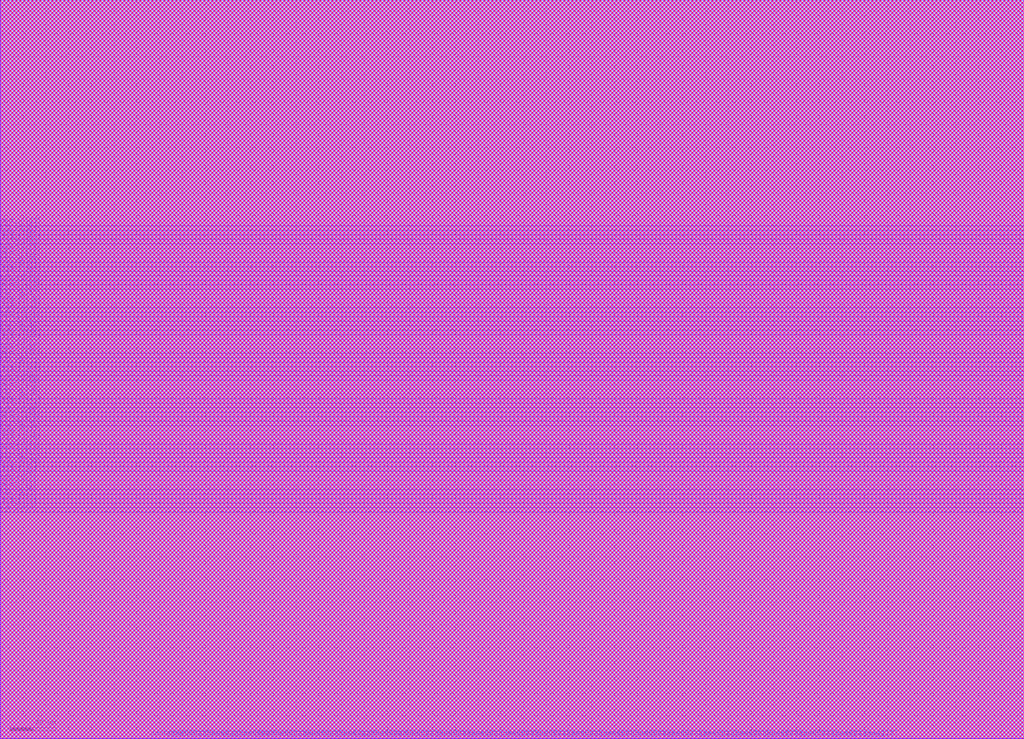
<source format=lef>
##
## LEF for PtnCells ;
## created by Innovus v15.23-s045_1 on Fri Mar 21 19:53:10 2025
##

VERSION 5.8 ;

BUSBITCHARS "[]" ;
DIVIDERCHAR "/" ;

MACRO core
  CLASS BLOCK ;
  SIZE 900.0000 BY 650.0000 ;
  FOREIGN core 0.0000 0.0000 ;
  ORIGIN 0 0 ;
  SYMMETRY X Y R90 ;
  PIN clk
    DIRECTION INPUT ;
    USE SIGNAL ;
    PORT
      LAYER M4 ;
        RECT 409.8500 649.4800 409.9500 650.0000 ;
    END
  END clk
  PIN mem_in[63]
    DIRECTION INPUT ;
    USE SIGNAL ;
    PORT
      LAYER M3 ;
        RECT 0.0000 451.1500 0.5200 451.2500 ;
    END
  END mem_in[63]
  PIN mem_in[62]
    DIRECTION INPUT ;
    USE SIGNAL ;
    PORT
      LAYER M3 ;
        RECT 0.0000 447.1500 0.5200 447.2500 ;
    END
  END mem_in[62]
  PIN mem_in[61]
    DIRECTION INPUT ;
    USE SIGNAL ;
    PORT
      LAYER M3 ;
        RECT 0.0000 443.1500 0.5200 443.2500 ;
    END
  END mem_in[61]
  PIN mem_in[60]
    DIRECTION INPUT ;
    USE SIGNAL ;
    PORT
      LAYER M3 ;
        RECT 0.0000 439.1500 0.5200 439.2500 ;
    END
  END mem_in[60]
  PIN mem_in[59]
    DIRECTION INPUT ;
    USE SIGNAL ;
    PORT
      LAYER M3 ;
        RECT 0.0000 435.1500 0.5200 435.2500 ;
    END
  END mem_in[59]
  PIN mem_in[58]
    DIRECTION INPUT ;
    USE SIGNAL ;
    PORT
      LAYER M3 ;
        RECT 0.0000 431.1500 0.5200 431.2500 ;
    END
  END mem_in[58]
  PIN mem_in[57]
    DIRECTION INPUT ;
    USE SIGNAL ;
    PORT
      LAYER M3 ;
        RECT 0.0000 427.1500 0.5200 427.2500 ;
    END
  END mem_in[57]
  PIN mem_in[56]
    DIRECTION INPUT ;
    USE SIGNAL ;
    PORT
      LAYER M3 ;
        RECT 0.0000 423.1500 0.5200 423.2500 ;
    END
  END mem_in[56]
  PIN mem_in[55]
    DIRECTION INPUT ;
    USE SIGNAL ;
    PORT
      LAYER M3 ;
        RECT 0.0000 419.1500 0.5200 419.2500 ;
    END
  END mem_in[55]
  PIN mem_in[54]
    DIRECTION INPUT ;
    USE SIGNAL ;
    PORT
      LAYER M3 ;
        RECT 0.0000 415.1500 0.5200 415.2500 ;
    END
  END mem_in[54]
  PIN mem_in[53]
    DIRECTION INPUT ;
    USE SIGNAL ;
    PORT
      LAYER M3 ;
        RECT 0.0000 411.1500 0.5200 411.2500 ;
    END
  END mem_in[53]
  PIN mem_in[52]
    DIRECTION INPUT ;
    USE SIGNAL ;
    PORT
      LAYER M3 ;
        RECT 0.0000 407.1500 0.5200 407.2500 ;
    END
  END mem_in[52]
  PIN mem_in[51]
    DIRECTION INPUT ;
    USE SIGNAL ;
    PORT
      LAYER M3 ;
        RECT 0.0000 403.1500 0.5200 403.2500 ;
    END
  END mem_in[51]
  PIN mem_in[50]
    DIRECTION INPUT ;
    USE SIGNAL ;
    PORT
      LAYER M3 ;
        RECT 0.0000 399.1500 0.5200 399.2500 ;
    END
  END mem_in[50]
  PIN mem_in[49]
    DIRECTION INPUT ;
    USE SIGNAL ;
    PORT
      LAYER M3 ;
        RECT 0.0000 395.1500 0.5200 395.2500 ;
    END
  END mem_in[49]
  PIN mem_in[48]
    DIRECTION INPUT ;
    USE SIGNAL ;
    PORT
      LAYER M3 ;
        RECT 0.0000 391.1500 0.5200 391.2500 ;
    END
  END mem_in[48]
  PIN mem_in[47]
    DIRECTION INPUT ;
    USE SIGNAL ;
    PORT
      LAYER M3 ;
        RECT 0.0000 387.1500 0.5200 387.2500 ;
    END
  END mem_in[47]
  PIN mem_in[46]
    DIRECTION INPUT ;
    USE SIGNAL ;
    PORT
      LAYER M3 ;
        RECT 0.0000 383.1500 0.5200 383.2500 ;
    END
  END mem_in[46]
  PIN mem_in[45]
    DIRECTION INPUT ;
    USE SIGNAL ;
    PORT
      LAYER M3 ;
        RECT 0.0000 379.1500 0.5200 379.2500 ;
    END
  END mem_in[45]
  PIN mem_in[44]
    DIRECTION INPUT ;
    USE SIGNAL ;
    PORT
      LAYER M3 ;
        RECT 0.0000 375.1500 0.5200 375.2500 ;
    END
  END mem_in[44]
  PIN mem_in[43]
    DIRECTION INPUT ;
    USE SIGNAL ;
    PORT
      LAYER M3 ;
        RECT 0.0000 371.1500 0.5200 371.2500 ;
    END
  END mem_in[43]
  PIN mem_in[42]
    DIRECTION INPUT ;
    USE SIGNAL ;
    PORT
      LAYER M3 ;
        RECT 0.0000 367.1500 0.5200 367.2500 ;
    END
  END mem_in[42]
  PIN mem_in[41]
    DIRECTION INPUT ;
    USE SIGNAL ;
    PORT
      LAYER M3 ;
        RECT 0.0000 363.1500 0.5200 363.2500 ;
    END
  END mem_in[41]
  PIN mem_in[40]
    DIRECTION INPUT ;
    USE SIGNAL ;
    PORT
      LAYER M3 ;
        RECT 0.0000 359.1500 0.5200 359.2500 ;
    END
  END mem_in[40]
  PIN mem_in[39]
    DIRECTION INPUT ;
    USE SIGNAL ;
    PORT
      LAYER M3 ;
        RECT 0.0000 355.1500 0.5200 355.2500 ;
    END
  END mem_in[39]
  PIN mem_in[38]
    DIRECTION INPUT ;
    USE SIGNAL ;
    PORT
      LAYER M3 ;
        RECT 0.0000 351.1500 0.5200 351.2500 ;
    END
  END mem_in[38]
  PIN mem_in[37]
    DIRECTION INPUT ;
    USE SIGNAL ;
    PORT
      LAYER M3 ;
        RECT 0.0000 347.1500 0.5200 347.2500 ;
    END
  END mem_in[37]
  PIN mem_in[36]
    DIRECTION INPUT ;
    USE SIGNAL ;
    PORT
      LAYER M3 ;
        RECT 0.0000 343.1500 0.5200 343.2500 ;
    END
  END mem_in[36]
  PIN mem_in[35]
    DIRECTION INPUT ;
    USE SIGNAL ;
    PORT
      LAYER M3 ;
        RECT 0.0000 339.1500 0.5200 339.2500 ;
    END
  END mem_in[35]
  PIN mem_in[34]
    DIRECTION INPUT ;
    USE SIGNAL ;
    PORT
      LAYER M3 ;
        RECT 0.0000 335.1500 0.5200 335.2500 ;
    END
  END mem_in[34]
  PIN mem_in[33]
    DIRECTION INPUT ;
    USE SIGNAL ;
    PORT
      LAYER M3 ;
        RECT 0.0000 331.1500 0.5200 331.2500 ;
    END
  END mem_in[33]
  PIN mem_in[32]
    DIRECTION INPUT ;
    USE SIGNAL ;
    PORT
      LAYER M3 ;
        RECT 0.0000 327.1500 0.5200 327.2500 ;
    END
  END mem_in[32]
  PIN mem_in[31]
    DIRECTION INPUT ;
    USE SIGNAL ;
    PORT
      LAYER M3 ;
        RECT 0.0000 323.1500 0.5200 323.2500 ;
    END
  END mem_in[31]
  PIN mem_in[30]
    DIRECTION INPUT ;
    USE SIGNAL ;
    PORT
      LAYER M3 ;
        RECT 0.0000 319.1500 0.5200 319.2500 ;
    END
  END mem_in[30]
  PIN mem_in[29]
    DIRECTION INPUT ;
    USE SIGNAL ;
    PORT
      LAYER M3 ;
        RECT 0.0000 315.1500 0.5200 315.2500 ;
    END
  END mem_in[29]
  PIN mem_in[28]
    DIRECTION INPUT ;
    USE SIGNAL ;
    PORT
      LAYER M3 ;
        RECT 0.0000 311.1500 0.5200 311.2500 ;
    END
  END mem_in[28]
  PIN mem_in[27]
    DIRECTION INPUT ;
    USE SIGNAL ;
    PORT
      LAYER M3 ;
        RECT 0.0000 307.1500 0.5200 307.2500 ;
    END
  END mem_in[27]
  PIN mem_in[26]
    DIRECTION INPUT ;
    USE SIGNAL ;
    PORT
      LAYER M3 ;
        RECT 0.0000 303.1500 0.5200 303.2500 ;
    END
  END mem_in[26]
  PIN mem_in[25]
    DIRECTION INPUT ;
    USE SIGNAL ;
    PORT
      LAYER M3 ;
        RECT 0.0000 299.1500 0.5200 299.2500 ;
    END
  END mem_in[25]
  PIN mem_in[24]
    DIRECTION INPUT ;
    USE SIGNAL ;
    PORT
      LAYER M3 ;
        RECT 0.0000 295.1500 0.5200 295.2500 ;
    END
  END mem_in[24]
  PIN mem_in[23]
    DIRECTION INPUT ;
    USE SIGNAL ;
    PORT
      LAYER M3 ;
        RECT 0.0000 291.1500 0.5200 291.2500 ;
    END
  END mem_in[23]
  PIN mem_in[22]
    DIRECTION INPUT ;
    USE SIGNAL ;
    PORT
      LAYER M3 ;
        RECT 0.0000 287.1500 0.5200 287.2500 ;
    END
  END mem_in[22]
  PIN mem_in[21]
    DIRECTION INPUT ;
    USE SIGNAL ;
    PORT
      LAYER M3 ;
        RECT 0.0000 283.1500 0.5200 283.2500 ;
    END
  END mem_in[21]
  PIN mem_in[20]
    DIRECTION INPUT ;
    USE SIGNAL ;
    PORT
      LAYER M3 ;
        RECT 0.0000 279.1500 0.5200 279.2500 ;
    END
  END mem_in[20]
  PIN mem_in[19]
    DIRECTION INPUT ;
    USE SIGNAL ;
    PORT
      LAYER M3 ;
        RECT 0.0000 275.1500 0.5200 275.2500 ;
    END
  END mem_in[19]
  PIN mem_in[18]
    DIRECTION INPUT ;
    USE SIGNAL ;
    PORT
      LAYER M3 ;
        RECT 0.0000 271.1500 0.5200 271.2500 ;
    END
  END mem_in[18]
  PIN mem_in[17]
    DIRECTION INPUT ;
    USE SIGNAL ;
    PORT
      LAYER M3 ;
        RECT 0.0000 267.1500 0.5200 267.2500 ;
    END
  END mem_in[17]
  PIN mem_in[16]
    DIRECTION INPUT ;
    USE SIGNAL ;
    PORT
      LAYER M3 ;
        RECT 0.0000 263.1500 0.5200 263.2500 ;
    END
  END mem_in[16]
  PIN mem_in[15]
    DIRECTION INPUT ;
    USE SIGNAL ;
    PORT
      LAYER M3 ;
        RECT 0.0000 259.1500 0.5200 259.2500 ;
    END
  END mem_in[15]
  PIN mem_in[14]
    DIRECTION INPUT ;
    USE SIGNAL ;
    PORT
      LAYER M3 ;
        RECT 0.0000 255.1500 0.5200 255.2500 ;
    END
  END mem_in[14]
  PIN mem_in[13]
    DIRECTION INPUT ;
    USE SIGNAL ;
    PORT
      LAYER M3 ;
        RECT 0.0000 251.1500 0.5200 251.2500 ;
    END
  END mem_in[13]
  PIN mem_in[12]
    DIRECTION INPUT ;
    USE SIGNAL ;
    PORT
      LAYER M3 ;
        RECT 0.0000 247.1500 0.5200 247.2500 ;
    END
  END mem_in[12]
  PIN mem_in[11]
    DIRECTION INPUT ;
    USE SIGNAL ;
    PORT
      LAYER M3 ;
        RECT 0.0000 243.1500 0.5200 243.2500 ;
    END
  END mem_in[11]
  PIN mem_in[10]
    DIRECTION INPUT ;
    USE SIGNAL ;
    PORT
      LAYER M3 ;
        RECT 0.0000 239.1500 0.5200 239.2500 ;
    END
  END mem_in[10]
  PIN mem_in[9]
    DIRECTION INPUT ;
    USE SIGNAL ;
    PORT
      LAYER M3 ;
        RECT 0.0000 235.1500 0.5200 235.2500 ;
    END
  END mem_in[9]
  PIN mem_in[8]
    DIRECTION INPUT ;
    USE SIGNAL ;
    PORT
      LAYER M3 ;
        RECT 0.0000 231.1500 0.5200 231.2500 ;
    END
  END mem_in[8]
  PIN mem_in[7]
    DIRECTION INPUT ;
    USE SIGNAL ;
    PORT
      LAYER M3 ;
        RECT 0.0000 227.1500 0.5200 227.2500 ;
    END
  END mem_in[7]
  PIN mem_in[6]
    DIRECTION INPUT ;
    USE SIGNAL ;
    PORT
      LAYER M3 ;
        RECT 0.0000 223.1500 0.5200 223.2500 ;
    END
  END mem_in[6]
  PIN mem_in[5]
    DIRECTION INPUT ;
    USE SIGNAL ;
    PORT
      LAYER M3 ;
        RECT 0.0000 219.1500 0.5200 219.2500 ;
    END
  END mem_in[5]
  PIN mem_in[4]
    DIRECTION INPUT ;
    USE SIGNAL ;
    PORT
      LAYER M3 ;
        RECT 0.0000 215.1500 0.5200 215.2500 ;
    END
  END mem_in[4]
  PIN mem_in[3]
    DIRECTION INPUT ;
    USE SIGNAL ;
    PORT
      LAYER M3 ;
        RECT 0.0000 211.1500 0.5200 211.2500 ;
    END
  END mem_in[3]
  PIN mem_in[2]
    DIRECTION INPUT ;
    USE SIGNAL ;
    PORT
      LAYER M3 ;
        RECT 0.0000 207.1500 0.5200 207.2500 ;
    END
  END mem_in[2]
  PIN mem_in[1]
    DIRECTION INPUT ;
    USE SIGNAL ;
    PORT
      LAYER M3 ;
        RECT 0.0000 203.1500 0.5200 203.2500 ;
    END
  END mem_in[1]
  PIN mem_in[0]
    DIRECTION INPUT ;
    USE SIGNAL ;
    PORT
      LAYER M3 ;
        RECT 0.0000 199.1500 0.5200 199.2500 ;
    END
  END mem_in[0]
  PIN out[159]
    DIRECTION OUTPUT ;
    USE SIGNAL ;
    PORT
      LAYER M4 ;
        RECT 131.8500 0.0000 131.9500 0.5200 ;
    END
  END out[159]
  PIN out[158]
    DIRECTION OUTPUT ;
    USE SIGNAL ;
    PORT
      LAYER M4 ;
        RECT 135.8500 0.0000 135.9500 0.5200 ;
    END
  END out[158]
  PIN out[157]
    DIRECTION OUTPUT ;
    USE SIGNAL ;
    PORT
      LAYER M4 ;
        RECT 139.8500 0.0000 139.9500 0.5200 ;
    END
  END out[157]
  PIN out[156]
    DIRECTION OUTPUT ;
    USE SIGNAL ;
    PORT
      LAYER M4 ;
        RECT 143.8500 0.0000 143.9500 0.5200 ;
    END
  END out[156]
  PIN out[155]
    DIRECTION OUTPUT ;
    USE SIGNAL ;
    PORT
      LAYER M4 ;
        RECT 147.8500 0.0000 147.9500 0.5200 ;
    END
  END out[155]
  PIN out[154]
    DIRECTION OUTPUT ;
    USE SIGNAL ;
    PORT
      LAYER M4 ;
        RECT 151.8500 0.0000 151.9500 0.5200 ;
    END
  END out[154]
  PIN out[153]
    DIRECTION OUTPUT ;
    USE SIGNAL ;
    PORT
      LAYER M4 ;
        RECT 155.8500 0.0000 155.9500 0.5200 ;
    END
  END out[153]
  PIN out[152]
    DIRECTION OUTPUT ;
    USE SIGNAL ;
    PORT
      LAYER M4 ;
        RECT 159.8500 0.0000 159.9500 0.5200 ;
    END
  END out[152]
  PIN out[151]
    DIRECTION OUTPUT ;
    USE SIGNAL ;
    PORT
      LAYER M4 ;
        RECT 163.8500 0.0000 163.9500 0.5200 ;
    END
  END out[151]
  PIN out[150]
    DIRECTION OUTPUT ;
    USE SIGNAL ;
    PORT
      LAYER M4 ;
        RECT 167.8500 0.0000 167.9500 0.5200 ;
    END
  END out[150]
  PIN out[149]
    DIRECTION OUTPUT ;
    USE SIGNAL ;
    PORT
      LAYER M4 ;
        RECT 171.8500 0.0000 171.9500 0.5200 ;
    END
  END out[149]
  PIN out[148]
    DIRECTION OUTPUT ;
    USE SIGNAL ;
    PORT
      LAYER M4 ;
        RECT 175.8500 0.0000 175.9500 0.5200 ;
    END
  END out[148]
  PIN out[147]
    DIRECTION OUTPUT ;
    USE SIGNAL ;
    PORT
      LAYER M4 ;
        RECT 179.8500 0.0000 179.9500 0.5200 ;
    END
  END out[147]
  PIN out[146]
    DIRECTION OUTPUT ;
    USE SIGNAL ;
    PORT
      LAYER M4 ;
        RECT 183.8500 0.0000 183.9500 0.5200 ;
    END
  END out[146]
  PIN out[145]
    DIRECTION OUTPUT ;
    USE SIGNAL ;
    PORT
      LAYER M4 ;
        RECT 187.8500 0.0000 187.9500 0.5200 ;
    END
  END out[145]
  PIN out[144]
    DIRECTION OUTPUT ;
    USE SIGNAL ;
    PORT
      LAYER M4 ;
        RECT 191.8500 0.0000 191.9500 0.5200 ;
    END
  END out[144]
  PIN out[143]
    DIRECTION OUTPUT ;
    USE SIGNAL ;
    PORT
      LAYER M4 ;
        RECT 195.8500 0.0000 195.9500 0.5200 ;
    END
  END out[143]
  PIN out[142]
    DIRECTION OUTPUT ;
    USE SIGNAL ;
    PORT
      LAYER M4 ;
        RECT 199.8500 0.0000 199.9500 0.5200 ;
    END
  END out[142]
  PIN out[141]
    DIRECTION OUTPUT ;
    USE SIGNAL ;
    PORT
      LAYER M4 ;
        RECT 203.8500 0.0000 203.9500 0.5200 ;
    END
  END out[141]
  PIN out[140]
    DIRECTION OUTPUT ;
    USE SIGNAL ;
    PORT
      LAYER M4 ;
        RECT 207.8500 0.0000 207.9500 0.5200 ;
    END
  END out[140]
  PIN out[139]
    DIRECTION OUTPUT ;
    USE SIGNAL ;
    PORT
      LAYER M4 ;
        RECT 211.8500 0.0000 211.9500 0.5200 ;
    END
  END out[139]
  PIN out[138]
    DIRECTION OUTPUT ;
    USE SIGNAL ;
    PORT
      LAYER M4 ;
        RECT 215.8500 0.0000 215.9500 0.5200 ;
    END
  END out[138]
  PIN out[137]
    DIRECTION OUTPUT ;
    USE SIGNAL ;
    PORT
      LAYER M4 ;
        RECT 219.8500 0.0000 219.9500 0.5200 ;
    END
  END out[137]
  PIN out[136]
    DIRECTION OUTPUT ;
    USE SIGNAL ;
    PORT
      LAYER M4 ;
        RECT 223.8500 0.0000 223.9500 0.5200 ;
    END
  END out[136]
  PIN out[135]
    DIRECTION OUTPUT ;
    USE SIGNAL ;
    PORT
      LAYER M4 ;
        RECT 227.8500 0.0000 227.9500 0.5200 ;
    END
  END out[135]
  PIN out[134]
    DIRECTION OUTPUT ;
    USE SIGNAL ;
    PORT
      LAYER M4 ;
        RECT 231.8500 0.0000 231.9500 0.5200 ;
    END
  END out[134]
  PIN out[133]
    DIRECTION OUTPUT ;
    USE SIGNAL ;
    PORT
      LAYER M4 ;
        RECT 235.8500 0.0000 235.9500 0.5200 ;
    END
  END out[133]
  PIN out[132]
    DIRECTION OUTPUT ;
    USE SIGNAL ;
    PORT
      LAYER M4 ;
        RECT 239.8500 0.0000 239.9500 0.5200 ;
    END
  END out[132]
  PIN out[131]
    DIRECTION OUTPUT ;
    USE SIGNAL ;
    PORT
      LAYER M4 ;
        RECT 243.8500 0.0000 243.9500 0.5200 ;
    END
  END out[131]
  PIN out[130]
    DIRECTION OUTPUT ;
    USE SIGNAL ;
    PORT
      LAYER M4 ;
        RECT 247.8500 0.0000 247.9500 0.5200 ;
    END
  END out[130]
  PIN out[129]
    DIRECTION OUTPUT ;
    USE SIGNAL ;
    PORT
      LAYER M4 ;
        RECT 251.8500 0.0000 251.9500 0.5200 ;
    END
  END out[129]
  PIN out[128]
    DIRECTION OUTPUT ;
    USE SIGNAL ;
    PORT
      LAYER M4 ;
        RECT 255.8500 0.0000 255.9500 0.5200 ;
    END
  END out[128]
  PIN out[127]
    DIRECTION OUTPUT ;
    USE SIGNAL ;
    PORT
      LAYER M4 ;
        RECT 259.8500 0.0000 259.9500 0.5200 ;
    END
  END out[127]
  PIN out[126]
    DIRECTION OUTPUT ;
    USE SIGNAL ;
    PORT
      LAYER M4 ;
        RECT 263.8500 0.0000 263.9500 0.5200 ;
    END
  END out[126]
  PIN out[125]
    DIRECTION OUTPUT ;
    USE SIGNAL ;
    PORT
      LAYER M4 ;
        RECT 267.8500 0.0000 267.9500 0.5200 ;
    END
  END out[125]
  PIN out[124]
    DIRECTION OUTPUT ;
    USE SIGNAL ;
    PORT
      LAYER M4 ;
        RECT 271.8500 0.0000 271.9500 0.5200 ;
    END
  END out[124]
  PIN out[123]
    DIRECTION OUTPUT ;
    USE SIGNAL ;
    PORT
      LAYER M4 ;
        RECT 275.8500 0.0000 275.9500 0.5200 ;
    END
  END out[123]
  PIN out[122]
    DIRECTION OUTPUT ;
    USE SIGNAL ;
    PORT
      LAYER M4 ;
        RECT 279.8500 0.0000 279.9500 0.5200 ;
    END
  END out[122]
  PIN out[121]
    DIRECTION OUTPUT ;
    USE SIGNAL ;
    PORT
      LAYER M4 ;
        RECT 283.8500 0.0000 283.9500 0.5200 ;
    END
  END out[121]
  PIN out[120]
    DIRECTION OUTPUT ;
    USE SIGNAL ;
    PORT
      LAYER M4 ;
        RECT 287.8500 0.0000 287.9500 0.5200 ;
    END
  END out[120]
  PIN out[119]
    DIRECTION OUTPUT ;
    USE SIGNAL ;
    PORT
      LAYER M4 ;
        RECT 291.8500 0.0000 291.9500 0.5200 ;
    END
  END out[119]
  PIN out[118]
    DIRECTION OUTPUT ;
    USE SIGNAL ;
    PORT
      LAYER M4 ;
        RECT 295.8500 0.0000 295.9500 0.5200 ;
    END
  END out[118]
  PIN out[117]
    DIRECTION OUTPUT ;
    USE SIGNAL ;
    PORT
      LAYER M4 ;
        RECT 299.8500 0.0000 299.9500 0.5200 ;
    END
  END out[117]
  PIN out[116]
    DIRECTION OUTPUT ;
    USE SIGNAL ;
    PORT
      LAYER M4 ;
        RECT 303.8500 0.0000 303.9500 0.5200 ;
    END
  END out[116]
  PIN out[115]
    DIRECTION OUTPUT ;
    USE SIGNAL ;
    PORT
      LAYER M4 ;
        RECT 307.8500 0.0000 307.9500 0.5200 ;
    END
  END out[115]
  PIN out[114]
    DIRECTION OUTPUT ;
    USE SIGNAL ;
    PORT
      LAYER M4 ;
        RECT 311.8500 0.0000 311.9500 0.5200 ;
    END
  END out[114]
  PIN out[113]
    DIRECTION OUTPUT ;
    USE SIGNAL ;
    PORT
      LAYER M4 ;
        RECT 315.8500 0.0000 315.9500 0.5200 ;
    END
  END out[113]
  PIN out[112]
    DIRECTION OUTPUT ;
    USE SIGNAL ;
    PORT
      LAYER M4 ;
        RECT 319.8500 0.0000 319.9500 0.5200 ;
    END
  END out[112]
  PIN out[111]
    DIRECTION OUTPUT ;
    USE SIGNAL ;
    PORT
      LAYER M4 ;
        RECT 323.8500 0.0000 323.9500 0.5200 ;
    END
  END out[111]
  PIN out[110]
    DIRECTION OUTPUT ;
    USE SIGNAL ;
    PORT
      LAYER M4 ;
        RECT 327.8500 0.0000 327.9500 0.5200 ;
    END
  END out[110]
  PIN out[109]
    DIRECTION OUTPUT ;
    USE SIGNAL ;
    PORT
      LAYER M4 ;
        RECT 331.8500 0.0000 331.9500 0.5200 ;
    END
  END out[109]
  PIN out[108]
    DIRECTION OUTPUT ;
    USE SIGNAL ;
    PORT
      LAYER M4 ;
        RECT 335.8500 0.0000 335.9500 0.5200 ;
    END
  END out[108]
  PIN out[107]
    DIRECTION OUTPUT ;
    USE SIGNAL ;
    PORT
      LAYER M4 ;
        RECT 339.8500 0.0000 339.9500 0.5200 ;
    END
  END out[107]
  PIN out[106]
    DIRECTION OUTPUT ;
    USE SIGNAL ;
    PORT
      LAYER M4 ;
        RECT 343.8500 0.0000 343.9500 0.5200 ;
    END
  END out[106]
  PIN out[105]
    DIRECTION OUTPUT ;
    USE SIGNAL ;
    PORT
      LAYER M4 ;
        RECT 347.8500 0.0000 347.9500 0.5200 ;
    END
  END out[105]
  PIN out[104]
    DIRECTION OUTPUT ;
    USE SIGNAL ;
    PORT
      LAYER M4 ;
        RECT 351.8500 0.0000 351.9500 0.5200 ;
    END
  END out[104]
  PIN out[103]
    DIRECTION OUTPUT ;
    USE SIGNAL ;
    PORT
      LAYER M4 ;
        RECT 355.8500 0.0000 355.9500 0.5200 ;
    END
  END out[103]
  PIN out[102]
    DIRECTION OUTPUT ;
    USE SIGNAL ;
    PORT
      LAYER M4 ;
        RECT 359.8500 0.0000 359.9500 0.5200 ;
    END
  END out[102]
  PIN out[101]
    DIRECTION OUTPUT ;
    USE SIGNAL ;
    PORT
      LAYER M4 ;
        RECT 363.8500 0.0000 363.9500 0.5200 ;
    END
  END out[101]
  PIN out[100]
    DIRECTION OUTPUT ;
    USE SIGNAL ;
    PORT
      LAYER M4 ;
        RECT 367.8500 0.0000 367.9500 0.5200 ;
    END
  END out[100]
  PIN out[99]
    DIRECTION OUTPUT ;
    USE SIGNAL ;
    PORT
      LAYER M4 ;
        RECT 371.8500 0.0000 371.9500 0.5200 ;
    END
  END out[99]
  PIN out[98]
    DIRECTION OUTPUT ;
    USE SIGNAL ;
    PORT
      LAYER M4 ;
        RECT 375.8500 0.0000 375.9500 0.5200 ;
    END
  END out[98]
  PIN out[97]
    DIRECTION OUTPUT ;
    USE SIGNAL ;
    PORT
      LAYER M4 ;
        RECT 379.8500 0.0000 379.9500 0.5200 ;
    END
  END out[97]
  PIN out[96]
    DIRECTION OUTPUT ;
    USE SIGNAL ;
    PORT
      LAYER M4 ;
        RECT 383.8500 0.0000 383.9500 0.5200 ;
    END
  END out[96]
  PIN out[95]
    DIRECTION OUTPUT ;
    USE SIGNAL ;
    PORT
      LAYER M4 ;
        RECT 387.8500 0.0000 387.9500 0.5200 ;
    END
  END out[95]
  PIN out[94]
    DIRECTION OUTPUT ;
    USE SIGNAL ;
    PORT
      LAYER M4 ;
        RECT 391.8500 0.0000 391.9500 0.5200 ;
    END
  END out[94]
  PIN out[93]
    DIRECTION OUTPUT ;
    USE SIGNAL ;
    PORT
      LAYER M4 ;
        RECT 395.8500 0.0000 395.9500 0.5200 ;
    END
  END out[93]
  PIN out[92]
    DIRECTION OUTPUT ;
    USE SIGNAL ;
    PORT
      LAYER M4 ;
        RECT 399.8500 0.0000 399.9500 0.5200 ;
    END
  END out[92]
  PIN out[91]
    DIRECTION OUTPUT ;
    USE SIGNAL ;
    PORT
      LAYER M4 ;
        RECT 403.8500 0.0000 403.9500 0.5200 ;
    END
  END out[91]
  PIN out[90]
    DIRECTION OUTPUT ;
    USE SIGNAL ;
    PORT
      LAYER M4 ;
        RECT 407.8500 0.0000 407.9500 0.5200 ;
    END
  END out[90]
  PIN out[89]
    DIRECTION OUTPUT ;
    USE SIGNAL ;
    PORT
      LAYER M4 ;
        RECT 411.8500 0.0000 411.9500 0.5200 ;
    END
  END out[89]
  PIN out[88]
    DIRECTION OUTPUT ;
    USE SIGNAL ;
    PORT
      LAYER M4 ;
        RECT 415.8500 0.0000 415.9500 0.5200 ;
    END
  END out[88]
  PIN out[87]
    DIRECTION OUTPUT ;
    USE SIGNAL ;
    PORT
      LAYER M4 ;
        RECT 419.8500 0.0000 419.9500 0.5200 ;
    END
  END out[87]
  PIN out[86]
    DIRECTION OUTPUT ;
    USE SIGNAL ;
    PORT
      LAYER M4 ;
        RECT 423.8500 0.0000 423.9500 0.5200 ;
    END
  END out[86]
  PIN out[85]
    DIRECTION OUTPUT ;
    USE SIGNAL ;
    PORT
      LAYER M4 ;
        RECT 427.8500 0.0000 427.9500 0.5200 ;
    END
  END out[85]
  PIN out[84]
    DIRECTION OUTPUT ;
    USE SIGNAL ;
    PORT
      LAYER M4 ;
        RECT 431.8500 0.0000 431.9500 0.5200 ;
    END
  END out[84]
  PIN out[83]
    DIRECTION OUTPUT ;
    USE SIGNAL ;
    PORT
      LAYER M4 ;
        RECT 435.8500 0.0000 435.9500 0.5200 ;
    END
  END out[83]
  PIN out[82]
    DIRECTION OUTPUT ;
    USE SIGNAL ;
    PORT
      LAYER M4 ;
        RECT 439.8500 0.0000 439.9500 0.5200 ;
    END
  END out[82]
  PIN out[81]
    DIRECTION OUTPUT ;
    USE SIGNAL ;
    PORT
      LAYER M4 ;
        RECT 443.8500 0.0000 443.9500 0.5200 ;
    END
  END out[81]
  PIN out[80]
    DIRECTION OUTPUT ;
    USE SIGNAL ;
    PORT
      LAYER M4 ;
        RECT 447.8500 0.0000 447.9500 0.5200 ;
    END
  END out[80]
  PIN out[79]
    DIRECTION OUTPUT ;
    USE SIGNAL ;
    PORT
      LAYER M4 ;
        RECT 451.8500 0.0000 451.9500 0.5200 ;
    END
  END out[79]
  PIN out[78]
    DIRECTION OUTPUT ;
    USE SIGNAL ;
    PORT
      LAYER M4 ;
        RECT 455.8500 0.0000 455.9500 0.5200 ;
    END
  END out[78]
  PIN out[77]
    DIRECTION OUTPUT ;
    USE SIGNAL ;
    PORT
      LAYER M4 ;
        RECT 459.8500 0.0000 459.9500 0.5200 ;
    END
  END out[77]
  PIN out[76]
    DIRECTION OUTPUT ;
    USE SIGNAL ;
    PORT
      LAYER M4 ;
        RECT 463.8500 0.0000 463.9500 0.5200 ;
    END
  END out[76]
  PIN out[75]
    DIRECTION OUTPUT ;
    USE SIGNAL ;
    PORT
      LAYER M4 ;
        RECT 467.8500 0.0000 467.9500 0.5200 ;
    END
  END out[75]
  PIN out[74]
    DIRECTION OUTPUT ;
    USE SIGNAL ;
    PORT
      LAYER M4 ;
        RECT 471.8500 0.0000 471.9500 0.5200 ;
    END
  END out[74]
  PIN out[73]
    DIRECTION OUTPUT ;
    USE SIGNAL ;
    PORT
      LAYER M4 ;
        RECT 475.8500 0.0000 475.9500 0.5200 ;
    END
  END out[73]
  PIN out[72]
    DIRECTION OUTPUT ;
    USE SIGNAL ;
    PORT
      LAYER M4 ;
        RECT 479.8500 0.0000 479.9500 0.5200 ;
    END
  END out[72]
  PIN out[71]
    DIRECTION OUTPUT ;
    USE SIGNAL ;
    PORT
      LAYER M4 ;
        RECT 483.8500 0.0000 483.9500 0.5200 ;
    END
  END out[71]
  PIN out[70]
    DIRECTION OUTPUT ;
    USE SIGNAL ;
    PORT
      LAYER M4 ;
        RECT 487.8500 0.0000 487.9500 0.5200 ;
    END
  END out[70]
  PIN out[69]
    DIRECTION OUTPUT ;
    USE SIGNAL ;
    PORT
      LAYER M4 ;
        RECT 491.8500 0.0000 491.9500 0.5200 ;
    END
  END out[69]
  PIN out[68]
    DIRECTION OUTPUT ;
    USE SIGNAL ;
    PORT
      LAYER M4 ;
        RECT 495.8500 0.0000 495.9500 0.5200 ;
    END
  END out[68]
  PIN out[67]
    DIRECTION OUTPUT ;
    USE SIGNAL ;
    PORT
      LAYER M4 ;
        RECT 499.8500 0.0000 499.9500 0.5200 ;
    END
  END out[67]
  PIN out[66]
    DIRECTION OUTPUT ;
    USE SIGNAL ;
    PORT
      LAYER M4 ;
        RECT 503.8500 0.0000 503.9500 0.5200 ;
    END
  END out[66]
  PIN out[65]
    DIRECTION OUTPUT ;
    USE SIGNAL ;
    PORT
      LAYER M4 ;
        RECT 507.8500 0.0000 507.9500 0.5200 ;
    END
  END out[65]
  PIN out[64]
    DIRECTION OUTPUT ;
    USE SIGNAL ;
    PORT
      LAYER M4 ;
        RECT 511.8500 0.0000 511.9500 0.5200 ;
    END
  END out[64]
  PIN out[63]
    DIRECTION OUTPUT ;
    USE SIGNAL ;
    PORT
      LAYER M4 ;
        RECT 515.8500 0.0000 515.9500 0.5200 ;
    END
  END out[63]
  PIN out[62]
    DIRECTION OUTPUT ;
    USE SIGNAL ;
    PORT
      LAYER M4 ;
        RECT 519.8500 0.0000 519.9500 0.5200 ;
    END
  END out[62]
  PIN out[61]
    DIRECTION OUTPUT ;
    USE SIGNAL ;
    PORT
      LAYER M4 ;
        RECT 523.8500 0.0000 523.9500 0.5200 ;
    END
  END out[61]
  PIN out[60]
    DIRECTION OUTPUT ;
    USE SIGNAL ;
    PORT
      LAYER M4 ;
        RECT 527.8500 0.0000 527.9500 0.5200 ;
    END
  END out[60]
  PIN out[59]
    DIRECTION OUTPUT ;
    USE SIGNAL ;
    PORT
      LAYER M4 ;
        RECT 531.8500 0.0000 531.9500 0.5200 ;
    END
  END out[59]
  PIN out[58]
    DIRECTION OUTPUT ;
    USE SIGNAL ;
    PORT
      LAYER M4 ;
        RECT 535.8500 0.0000 535.9500 0.5200 ;
    END
  END out[58]
  PIN out[57]
    DIRECTION OUTPUT ;
    USE SIGNAL ;
    PORT
      LAYER M4 ;
        RECT 539.8500 0.0000 539.9500 0.5200 ;
    END
  END out[57]
  PIN out[56]
    DIRECTION OUTPUT ;
    USE SIGNAL ;
    PORT
      LAYER M4 ;
        RECT 543.8500 0.0000 543.9500 0.5200 ;
    END
  END out[56]
  PIN out[55]
    DIRECTION OUTPUT ;
    USE SIGNAL ;
    PORT
      LAYER M4 ;
        RECT 547.8500 0.0000 547.9500 0.5200 ;
    END
  END out[55]
  PIN out[54]
    DIRECTION OUTPUT ;
    USE SIGNAL ;
    PORT
      LAYER M4 ;
        RECT 551.8500 0.0000 551.9500 0.5200 ;
    END
  END out[54]
  PIN out[53]
    DIRECTION OUTPUT ;
    USE SIGNAL ;
    PORT
      LAYER M4 ;
        RECT 555.8500 0.0000 555.9500 0.5200 ;
    END
  END out[53]
  PIN out[52]
    DIRECTION OUTPUT ;
    USE SIGNAL ;
    PORT
      LAYER M4 ;
        RECT 559.8500 0.0000 559.9500 0.5200 ;
    END
  END out[52]
  PIN out[51]
    DIRECTION OUTPUT ;
    USE SIGNAL ;
    PORT
      LAYER M4 ;
        RECT 563.8500 0.0000 563.9500 0.5200 ;
    END
  END out[51]
  PIN out[50]
    DIRECTION OUTPUT ;
    USE SIGNAL ;
    PORT
      LAYER M4 ;
        RECT 567.8500 0.0000 567.9500 0.5200 ;
    END
  END out[50]
  PIN out[49]
    DIRECTION OUTPUT ;
    USE SIGNAL ;
    PORT
      LAYER M4 ;
        RECT 571.8500 0.0000 571.9500 0.5200 ;
    END
  END out[49]
  PIN out[48]
    DIRECTION OUTPUT ;
    USE SIGNAL ;
    PORT
      LAYER M4 ;
        RECT 575.8500 0.0000 575.9500 0.5200 ;
    END
  END out[48]
  PIN out[47]
    DIRECTION OUTPUT ;
    USE SIGNAL ;
    PORT
      LAYER M4 ;
        RECT 579.8500 0.0000 579.9500 0.5200 ;
    END
  END out[47]
  PIN out[46]
    DIRECTION OUTPUT ;
    USE SIGNAL ;
    PORT
      LAYER M4 ;
        RECT 583.8500 0.0000 583.9500 0.5200 ;
    END
  END out[46]
  PIN out[45]
    DIRECTION OUTPUT ;
    USE SIGNAL ;
    PORT
      LAYER M4 ;
        RECT 587.8500 0.0000 587.9500 0.5200 ;
    END
  END out[45]
  PIN out[44]
    DIRECTION OUTPUT ;
    USE SIGNAL ;
    PORT
      LAYER M4 ;
        RECT 591.8500 0.0000 591.9500 0.5200 ;
    END
  END out[44]
  PIN out[43]
    DIRECTION OUTPUT ;
    USE SIGNAL ;
    PORT
      LAYER M4 ;
        RECT 595.8500 0.0000 595.9500 0.5200 ;
    END
  END out[43]
  PIN out[42]
    DIRECTION OUTPUT ;
    USE SIGNAL ;
    PORT
      LAYER M4 ;
        RECT 599.8500 0.0000 599.9500 0.5200 ;
    END
  END out[42]
  PIN out[41]
    DIRECTION OUTPUT ;
    USE SIGNAL ;
    PORT
      LAYER M4 ;
        RECT 603.8500 0.0000 603.9500 0.5200 ;
    END
  END out[41]
  PIN out[40]
    DIRECTION OUTPUT ;
    USE SIGNAL ;
    PORT
      LAYER M4 ;
        RECT 607.8500 0.0000 607.9500 0.5200 ;
    END
  END out[40]
  PIN out[39]
    DIRECTION OUTPUT ;
    USE SIGNAL ;
    PORT
      LAYER M4 ;
        RECT 611.8500 0.0000 611.9500 0.5200 ;
    END
  END out[39]
  PIN out[38]
    DIRECTION OUTPUT ;
    USE SIGNAL ;
    PORT
      LAYER M4 ;
        RECT 615.8500 0.0000 615.9500 0.5200 ;
    END
  END out[38]
  PIN out[37]
    DIRECTION OUTPUT ;
    USE SIGNAL ;
    PORT
      LAYER M4 ;
        RECT 619.8500 0.0000 619.9500 0.5200 ;
    END
  END out[37]
  PIN out[36]
    DIRECTION OUTPUT ;
    USE SIGNAL ;
    PORT
      LAYER M4 ;
        RECT 623.8500 0.0000 623.9500 0.5200 ;
    END
  END out[36]
  PIN out[35]
    DIRECTION OUTPUT ;
    USE SIGNAL ;
    PORT
      LAYER M4 ;
        RECT 627.8500 0.0000 627.9500 0.5200 ;
    END
  END out[35]
  PIN out[34]
    DIRECTION OUTPUT ;
    USE SIGNAL ;
    PORT
      LAYER M4 ;
        RECT 631.8500 0.0000 631.9500 0.5200 ;
    END
  END out[34]
  PIN out[33]
    DIRECTION OUTPUT ;
    USE SIGNAL ;
    PORT
      LAYER M4 ;
        RECT 635.8500 0.0000 635.9500 0.5200 ;
    END
  END out[33]
  PIN out[32]
    DIRECTION OUTPUT ;
    USE SIGNAL ;
    PORT
      LAYER M4 ;
        RECT 639.8500 0.0000 639.9500 0.5200 ;
    END
  END out[32]
  PIN out[31]
    DIRECTION OUTPUT ;
    USE SIGNAL ;
    PORT
      LAYER M4 ;
        RECT 643.8500 0.0000 643.9500 0.5200 ;
    END
  END out[31]
  PIN out[30]
    DIRECTION OUTPUT ;
    USE SIGNAL ;
    PORT
      LAYER M4 ;
        RECT 647.8500 0.0000 647.9500 0.5200 ;
    END
  END out[30]
  PIN out[29]
    DIRECTION OUTPUT ;
    USE SIGNAL ;
    PORT
      LAYER M4 ;
        RECT 651.8500 0.0000 651.9500 0.5200 ;
    END
  END out[29]
  PIN out[28]
    DIRECTION OUTPUT ;
    USE SIGNAL ;
    PORT
      LAYER M4 ;
        RECT 655.8500 0.0000 655.9500 0.5200 ;
    END
  END out[28]
  PIN out[27]
    DIRECTION OUTPUT ;
    USE SIGNAL ;
    PORT
      LAYER M4 ;
        RECT 659.8500 0.0000 659.9500 0.5200 ;
    END
  END out[27]
  PIN out[26]
    DIRECTION OUTPUT ;
    USE SIGNAL ;
    PORT
      LAYER M4 ;
        RECT 663.8500 0.0000 663.9500 0.5200 ;
    END
  END out[26]
  PIN out[25]
    DIRECTION OUTPUT ;
    USE SIGNAL ;
    PORT
      LAYER M4 ;
        RECT 667.8500 0.0000 667.9500 0.5200 ;
    END
  END out[25]
  PIN out[24]
    DIRECTION OUTPUT ;
    USE SIGNAL ;
    PORT
      LAYER M4 ;
        RECT 671.8500 0.0000 671.9500 0.5200 ;
    END
  END out[24]
  PIN out[23]
    DIRECTION OUTPUT ;
    USE SIGNAL ;
    PORT
      LAYER M4 ;
        RECT 675.8500 0.0000 675.9500 0.5200 ;
    END
  END out[23]
  PIN out[22]
    DIRECTION OUTPUT ;
    USE SIGNAL ;
    PORT
      LAYER M4 ;
        RECT 679.8500 0.0000 679.9500 0.5200 ;
    END
  END out[22]
  PIN out[21]
    DIRECTION OUTPUT ;
    USE SIGNAL ;
    PORT
      LAYER M4 ;
        RECT 683.8500 0.0000 683.9500 0.5200 ;
    END
  END out[21]
  PIN out[20]
    DIRECTION OUTPUT ;
    USE SIGNAL ;
    PORT
      LAYER M4 ;
        RECT 687.8500 0.0000 687.9500 0.5200 ;
    END
  END out[20]
  PIN out[19]
    DIRECTION OUTPUT ;
    USE SIGNAL ;
    PORT
      LAYER M4 ;
        RECT 691.8500 0.0000 691.9500 0.5200 ;
    END
  END out[19]
  PIN out[18]
    DIRECTION OUTPUT ;
    USE SIGNAL ;
    PORT
      LAYER M4 ;
        RECT 695.8500 0.0000 695.9500 0.5200 ;
    END
  END out[18]
  PIN out[17]
    DIRECTION OUTPUT ;
    USE SIGNAL ;
    PORT
      LAYER M4 ;
        RECT 699.8500 0.0000 699.9500 0.5200 ;
    END
  END out[17]
  PIN out[16]
    DIRECTION OUTPUT ;
    USE SIGNAL ;
    PORT
      LAYER M4 ;
        RECT 703.8500 0.0000 703.9500 0.5200 ;
    END
  END out[16]
  PIN out[15]
    DIRECTION OUTPUT ;
    USE SIGNAL ;
    PORT
      LAYER M4 ;
        RECT 707.8500 0.0000 707.9500 0.5200 ;
    END
  END out[15]
  PIN out[14]
    DIRECTION OUTPUT ;
    USE SIGNAL ;
    PORT
      LAYER M4 ;
        RECT 711.8500 0.0000 711.9500 0.5200 ;
    END
  END out[14]
  PIN out[13]
    DIRECTION OUTPUT ;
    USE SIGNAL ;
    PORT
      LAYER M4 ;
        RECT 715.8500 0.0000 715.9500 0.5200 ;
    END
  END out[13]
  PIN out[12]
    DIRECTION OUTPUT ;
    USE SIGNAL ;
    PORT
      LAYER M4 ;
        RECT 719.8500 0.0000 719.9500 0.5200 ;
    END
  END out[12]
  PIN out[11]
    DIRECTION OUTPUT ;
    USE SIGNAL ;
    PORT
      LAYER M4 ;
        RECT 723.8500 0.0000 723.9500 0.5200 ;
    END
  END out[11]
  PIN out[10]
    DIRECTION OUTPUT ;
    USE SIGNAL ;
    PORT
      LAYER M4 ;
        RECT 727.8500 0.0000 727.9500 0.5200 ;
    END
  END out[10]
  PIN out[9]
    DIRECTION OUTPUT ;
    USE SIGNAL ;
    PORT
      LAYER M4 ;
        RECT 731.8500 0.0000 731.9500 0.5200 ;
    END
  END out[9]
  PIN out[8]
    DIRECTION OUTPUT ;
    USE SIGNAL ;
    PORT
      LAYER M4 ;
        RECT 735.8500 0.0000 735.9500 0.5200 ;
    END
  END out[8]
  PIN out[7]
    DIRECTION OUTPUT ;
    USE SIGNAL ;
    PORT
      LAYER M4 ;
        RECT 739.8500 0.0000 739.9500 0.5200 ;
    END
  END out[7]
  PIN out[6]
    DIRECTION OUTPUT ;
    USE SIGNAL ;
    PORT
      LAYER M4 ;
        RECT 743.8500 0.0000 743.9500 0.5200 ;
    END
  END out[6]
  PIN out[5]
    DIRECTION OUTPUT ;
    USE SIGNAL ;
    PORT
      LAYER M4 ;
        RECT 747.8500 0.0000 747.9500 0.5200 ;
    END
  END out[5]
  PIN out[4]
    DIRECTION OUTPUT ;
    USE SIGNAL ;
    PORT
      LAYER M4 ;
        RECT 751.8500 0.0000 751.9500 0.5200 ;
    END
  END out[4]
  PIN out[3]
    DIRECTION OUTPUT ;
    USE SIGNAL ;
    PORT
      LAYER M4 ;
        RECT 755.8500 0.0000 755.9500 0.5200 ;
    END
  END out[3]
  PIN out[2]
    DIRECTION OUTPUT ;
    USE SIGNAL ;
    PORT
      LAYER M4 ;
        RECT 759.8500 0.0000 759.9500 0.5200 ;
    END
  END out[2]
  PIN out[1]
    DIRECTION OUTPUT ;
    USE SIGNAL ;
    PORT
      LAYER M4 ;
        RECT 763.8500 0.0000 763.9500 0.5200 ;
    END
  END out[1]
  PIN out[0]
    DIRECTION OUTPUT ;
    USE SIGNAL ;
    PORT
      LAYER M4 ;
        RECT 767.8500 0.0000 767.9500 0.5200 ;
    END
  END out[0]
  PIN inst[19]
    DIRECTION INPUT ;
    USE SIGNAL ;
    PORT
      LAYER M4 ;
        RECT 413.8500 649.4800 413.9500 650.0000 ;
    END
  END inst[19]
  PIN inst[18]
    DIRECTION INPUT ;
    USE SIGNAL ;
    PORT
      LAYER M4 ;
        RECT 417.8500 649.4800 417.9500 650.0000 ;
    END
  END inst[18]
  PIN inst[17]
    DIRECTION INPUT ;
    USE SIGNAL ;
    PORT
      LAYER M4 ;
        RECT 421.8500 649.4800 421.9500 650.0000 ;
    END
  END inst[17]
  PIN inst[16]
    DIRECTION INPUT ;
    USE SIGNAL ;
    PORT
      LAYER M4 ;
        RECT 425.8500 649.4800 425.9500 650.0000 ;
    END
  END inst[16]
  PIN inst[15]
    DIRECTION INPUT ;
    USE SIGNAL ;
    PORT
      LAYER M4 ;
        RECT 429.8500 649.4800 429.9500 650.0000 ;
    END
  END inst[15]
  PIN inst[14]
    DIRECTION INPUT ;
    USE SIGNAL ;
    PORT
      LAYER M4 ;
        RECT 433.8500 649.4800 433.9500 650.0000 ;
    END
  END inst[14]
  PIN inst[13]
    DIRECTION INPUT ;
    USE SIGNAL ;
    PORT
      LAYER M4 ;
        RECT 437.8500 649.4800 437.9500 650.0000 ;
    END
  END inst[13]
  PIN inst[12]
    DIRECTION INPUT ;
    USE SIGNAL ;
    PORT
      LAYER M4 ;
        RECT 441.8500 649.4800 441.9500 650.0000 ;
    END
  END inst[12]
  PIN inst[11]
    DIRECTION INPUT ;
    USE SIGNAL ;
    PORT
      LAYER M4 ;
        RECT 445.8500 649.4800 445.9500 650.0000 ;
    END
  END inst[11]
  PIN inst[10]
    DIRECTION INPUT ;
    USE SIGNAL ;
    PORT
      LAYER M4 ;
        RECT 449.8500 649.4800 449.9500 650.0000 ;
    END
  END inst[10]
  PIN inst[9]
    DIRECTION INPUT ;
    USE SIGNAL ;
    PORT
      LAYER M4 ;
        RECT 453.8500 649.4800 453.9500 650.0000 ;
    END
  END inst[9]
  PIN inst[8]
    DIRECTION INPUT ;
    USE SIGNAL ;
    PORT
      LAYER M4 ;
        RECT 457.8500 649.4800 457.9500 650.0000 ;
    END
  END inst[8]
  PIN inst[7]
    DIRECTION INPUT ;
    USE SIGNAL ;
    PORT
      LAYER M4 ;
        RECT 461.8500 649.4800 461.9500 650.0000 ;
    END
  END inst[7]
  PIN inst[6]
    DIRECTION INPUT ;
    USE SIGNAL ;
    PORT
      LAYER M4 ;
        RECT 465.8500 649.4800 465.9500 650.0000 ;
    END
  END inst[6]
  PIN inst[5]
    DIRECTION INPUT ;
    USE SIGNAL ;
    PORT
      LAYER M4 ;
        RECT 469.8500 649.4800 469.9500 650.0000 ;
    END
  END inst[5]
  PIN inst[4]
    DIRECTION INPUT ;
    USE SIGNAL ;
    PORT
      LAYER M4 ;
        RECT 473.8500 649.4800 473.9500 650.0000 ;
    END
  END inst[4]
  PIN inst[3]
    DIRECTION INPUT ;
    USE SIGNAL ;
    PORT
      LAYER M4 ;
        RECT 477.8500 649.4800 477.9500 650.0000 ;
    END
  END inst[3]
  PIN inst[2]
    DIRECTION INPUT ;
    USE SIGNAL ;
    PORT
      LAYER M4 ;
        RECT 481.8500 649.4800 481.9500 650.0000 ;
    END
  END inst[2]
  PIN inst[1]
    DIRECTION INPUT ;
    USE SIGNAL ;
    PORT
      LAYER M4 ;
        RECT 485.8500 649.4800 485.9500 650.0000 ;
    END
  END inst[1]
  PIN inst[0]
    DIRECTION INPUT ;
    USE SIGNAL ;
    PORT
      LAYER M4 ;
        RECT 489.8500 649.4800 489.9500 650.0000 ;
    END
  END inst[0]
  PIN reset
    DIRECTION INPUT ;
    USE SIGNAL ;
    PORT
      LAYER M4 ;
        RECT 491.8500 649.4800 491.9500 650.0000 ;
    END
  END reset
  OBS
    LAYER M1 ;
      RECT 0.0000 0.0000 900.0000 650.0000 ;
    LAYER M2 ;
      RECT 0.0000 0.0000 900.0000 650.0000 ;
    LAYER M3 ;
      RECT 0.0000 451.3500 900.0000 650.0000 ;
      RECT 0.6200 451.0500 900.0000 451.3500 ;
      RECT 0.0000 447.3500 900.0000 451.0500 ;
      RECT 0.6200 447.0500 900.0000 447.3500 ;
      RECT 0.0000 443.3500 900.0000 447.0500 ;
      RECT 0.6200 443.0500 900.0000 443.3500 ;
      RECT 0.0000 439.3500 900.0000 443.0500 ;
      RECT 0.6200 439.0500 900.0000 439.3500 ;
      RECT 0.0000 435.3500 900.0000 439.0500 ;
      RECT 0.6200 435.0500 900.0000 435.3500 ;
      RECT 0.0000 431.3500 900.0000 435.0500 ;
      RECT 0.6200 431.0500 900.0000 431.3500 ;
      RECT 0.0000 427.3500 900.0000 431.0500 ;
      RECT 0.6200 427.0500 900.0000 427.3500 ;
      RECT 0.0000 423.3500 900.0000 427.0500 ;
      RECT 0.6200 423.0500 900.0000 423.3500 ;
      RECT 0.0000 419.3500 900.0000 423.0500 ;
      RECT 0.6200 419.0500 900.0000 419.3500 ;
      RECT 0.0000 415.3500 900.0000 419.0500 ;
      RECT 0.6200 415.0500 900.0000 415.3500 ;
      RECT 0.0000 411.3500 900.0000 415.0500 ;
      RECT 0.6200 411.0500 900.0000 411.3500 ;
      RECT 0.0000 407.3500 900.0000 411.0500 ;
      RECT 0.6200 407.0500 900.0000 407.3500 ;
      RECT 0.0000 403.3500 900.0000 407.0500 ;
      RECT 0.6200 403.0500 900.0000 403.3500 ;
      RECT 0.0000 399.3500 900.0000 403.0500 ;
      RECT 0.6200 399.0500 900.0000 399.3500 ;
      RECT 0.0000 395.3500 900.0000 399.0500 ;
      RECT 0.6200 395.0500 900.0000 395.3500 ;
      RECT 0.0000 391.3500 900.0000 395.0500 ;
      RECT 0.6200 391.0500 900.0000 391.3500 ;
      RECT 0.0000 387.3500 900.0000 391.0500 ;
      RECT 0.6200 387.0500 900.0000 387.3500 ;
      RECT 0.0000 383.3500 900.0000 387.0500 ;
      RECT 0.6200 383.0500 900.0000 383.3500 ;
      RECT 0.0000 379.3500 900.0000 383.0500 ;
      RECT 0.6200 379.0500 900.0000 379.3500 ;
      RECT 0.0000 375.3500 900.0000 379.0500 ;
      RECT 0.6200 375.0500 900.0000 375.3500 ;
      RECT 0.0000 371.3500 900.0000 375.0500 ;
      RECT 0.6200 371.0500 900.0000 371.3500 ;
      RECT 0.0000 367.3500 900.0000 371.0500 ;
      RECT 0.6200 367.0500 900.0000 367.3500 ;
      RECT 0.0000 363.3500 900.0000 367.0500 ;
      RECT 0.6200 363.0500 900.0000 363.3500 ;
      RECT 0.0000 359.3500 900.0000 363.0500 ;
      RECT 0.6200 359.0500 900.0000 359.3500 ;
      RECT 0.0000 355.3500 900.0000 359.0500 ;
      RECT 0.6200 355.0500 900.0000 355.3500 ;
      RECT 0.0000 351.3500 900.0000 355.0500 ;
      RECT 0.6200 351.0500 900.0000 351.3500 ;
      RECT 0.0000 347.3500 900.0000 351.0500 ;
      RECT 0.6200 347.0500 900.0000 347.3500 ;
      RECT 0.0000 343.3500 900.0000 347.0500 ;
      RECT 0.6200 343.0500 900.0000 343.3500 ;
      RECT 0.0000 339.3500 900.0000 343.0500 ;
      RECT 0.6200 339.0500 900.0000 339.3500 ;
      RECT 0.0000 335.3500 900.0000 339.0500 ;
      RECT 0.6200 335.0500 900.0000 335.3500 ;
      RECT 0.0000 331.3500 900.0000 335.0500 ;
      RECT 0.6200 331.0500 900.0000 331.3500 ;
      RECT 0.0000 327.3500 900.0000 331.0500 ;
      RECT 0.6200 327.0500 900.0000 327.3500 ;
      RECT 0.0000 323.3500 900.0000 327.0500 ;
      RECT 0.6200 323.0500 900.0000 323.3500 ;
      RECT 0.0000 319.3500 900.0000 323.0500 ;
      RECT 0.6200 319.0500 900.0000 319.3500 ;
      RECT 0.0000 315.3500 900.0000 319.0500 ;
      RECT 0.6200 315.0500 900.0000 315.3500 ;
      RECT 0.0000 311.3500 900.0000 315.0500 ;
      RECT 0.6200 311.0500 900.0000 311.3500 ;
      RECT 0.0000 307.3500 900.0000 311.0500 ;
      RECT 0.6200 307.0500 900.0000 307.3500 ;
      RECT 0.0000 303.3500 900.0000 307.0500 ;
      RECT 0.6200 303.0500 900.0000 303.3500 ;
      RECT 0.0000 299.3500 900.0000 303.0500 ;
      RECT 0.6200 299.0500 900.0000 299.3500 ;
      RECT 0.0000 295.3500 900.0000 299.0500 ;
      RECT 0.6200 295.0500 900.0000 295.3500 ;
      RECT 0.0000 291.3500 900.0000 295.0500 ;
      RECT 0.6200 291.0500 900.0000 291.3500 ;
      RECT 0.0000 287.3500 900.0000 291.0500 ;
      RECT 0.6200 287.0500 900.0000 287.3500 ;
      RECT 0.0000 283.3500 900.0000 287.0500 ;
      RECT 0.6200 283.0500 900.0000 283.3500 ;
      RECT 0.0000 279.3500 900.0000 283.0500 ;
      RECT 0.6200 279.0500 900.0000 279.3500 ;
      RECT 0.0000 275.3500 900.0000 279.0500 ;
      RECT 0.6200 275.0500 900.0000 275.3500 ;
      RECT 0.0000 271.3500 900.0000 275.0500 ;
      RECT 0.6200 271.0500 900.0000 271.3500 ;
      RECT 0.0000 267.3500 900.0000 271.0500 ;
      RECT 0.6200 267.0500 900.0000 267.3500 ;
      RECT 0.0000 263.3500 900.0000 267.0500 ;
      RECT 0.6200 263.0500 900.0000 263.3500 ;
      RECT 0.0000 259.3500 900.0000 263.0500 ;
      RECT 0.6200 259.0500 900.0000 259.3500 ;
      RECT 0.0000 255.3500 900.0000 259.0500 ;
      RECT 0.6200 255.0500 900.0000 255.3500 ;
      RECT 0.0000 251.3500 900.0000 255.0500 ;
      RECT 0.6200 251.0500 900.0000 251.3500 ;
      RECT 0.0000 247.3500 900.0000 251.0500 ;
      RECT 0.6200 247.0500 900.0000 247.3500 ;
      RECT 0.0000 243.3500 900.0000 247.0500 ;
      RECT 0.6200 243.0500 900.0000 243.3500 ;
      RECT 0.0000 239.3500 900.0000 243.0500 ;
      RECT 0.6200 239.0500 900.0000 239.3500 ;
      RECT 0.0000 235.3500 900.0000 239.0500 ;
      RECT 0.6200 235.0500 900.0000 235.3500 ;
      RECT 0.0000 231.3500 900.0000 235.0500 ;
      RECT 0.6200 231.0500 900.0000 231.3500 ;
      RECT 0.0000 227.3500 900.0000 231.0500 ;
      RECT 0.6200 227.0500 900.0000 227.3500 ;
      RECT 0.0000 223.3500 900.0000 227.0500 ;
      RECT 0.6200 223.0500 900.0000 223.3500 ;
      RECT 0.0000 219.3500 900.0000 223.0500 ;
      RECT 0.6200 219.0500 900.0000 219.3500 ;
      RECT 0.0000 215.3500 900.0000 219.0500 ;
      RECT 0.6200 215.0500 900.0000 215.3500 ;
      RECT 0.0000 211.3500 900.0000 215.0500 ;
      RECT 0.6200 211.0500 900.0000 211.3500 ;
      RECT 0.0000 207.3500 900.0000 211.0500 ;
      RECT 0.6200 207.0500 900.0000 207.3500 ;
      RECT 0.0000 203.3500 900.0000 207.0500 ;
      RECT 0.6200 203.0500 900.0000 203.3500 ;
      RECT 0.0000 199.3500 900.0000 203.0500 ;
      RECT 0.6200 199.0500 900.0000 199.3500 ;
      RECT 0.0000 0.0000 900.0000 199.0500 ;
    LAYER M4 ;
      RECT 492.0500 649.3800 900.0000 650.0000 ;
      RECT 490.0500 649.3800 491.7500 650.0000 ;
      RECT 486.0500 649.3800 489.7500 650.0000 ;
      RECT 482.0500 649.3800 485.7500 650.0000 ;
      RECT 478.0500 649.3800 481.7500 650.0000 ;
      RECT 474.0500 649.3800 477.7500 650.0000 ;
      RECT 470.0500 649.3800 473.7500 650.0000 ;
      RECT 466.0500 649.3800 469.7500 650.0000 ;
      RECT 462.0500 649.3800 465.7500 650.0000 ;
      RECT 458.0500 649.3800 461.7500 650.0000 ;
      RECT 454.0500 649.3800 457.7500 650.0000 ;
      RECT 450.0500 649.3800 453.7500 650.0000 ;
      RECT 446.0500 649.3800 449.7500 650.0000 ;
      RECT 442.0500 649.3800 445.7500 650.0000 ;
      RECT 438.0500 649.3800 441.7500 650.0000 ;
      RECT 434.0500 649.3800 437.7500 650.0000 ;
      RECT 430.0500 649.3800 433.7500 650.0000 ;
      RECT 426.0500 649.3800 429.7500 650.0000 ;
      RECT 422.0500 649.3800 425.7500 650.0000 ;
      RECT 418.0500 649.3800 421.7500 650.0000 ;
      RECT 414.0500 649.3800 417.7500 650.0000 ;
      RECT 410.0500 649.3800 413.7500 650.0000 ;
      RECT 0.0000 649.3800 409.7500 650.0000 ;
      RECT 0.0000 0.6200 900.0000 649.3800 ;
      RECT 768.0500 0.0000 900.0000 0.6200 ;
      RECT 764.0500 0.0000 767.7500 0.6200 ;
      RECT 760.0500 0.0000 763.7500 0.6200 ;
      RECT 756.0500 0.0000 759.7500 0.6200 ;
      RECT 752.0500 0.0000 755.7500 0.6200 ;
      RECT 748.0500 0.0000 751.7500 0.6200 ;
      RECT 744.0500 0.0000 747.7500 0.6200 ;
      RECT 740.0500 0.0000 743.7500 0.6200 ;
      RECT 736.0500 0.0000 739.7500 0.6200 ;
      RECT 732.0500 0.0000 735.7500 0.6200 ;
      RECT 728.0500 0.0000 731.7500 0.6200 ;
      RECT 724.0500 0.0000 727.7500 0.6200 ;
      RECT 720.0500 0.0000 723.7500 0.6200 ;
      RECT 716.0500 0.0000 719.7500 0.6200 ;
      RECT 712.0500 0.0000 715.7500 0.6200 ;
      RECT 708.0500 0.0000 711.7500 0.6200 ;
      RECT 704.0500 0.0000 707.7500 0.6200 ;
      RECT 700.0500 0.0000 703.7500 0.6200 ;
      RECT 696.0500 0.0000 699.7500 0.6200 ;
      RECT 692.0500 0.0000 695.7500 0.6200 ;
      RECT 688.0500 0.0000 691.7500 0.6200 ;
      RECT 684.0500 0.0000 687.7500 0.6200 ;
      RECT 680.0500 0.0000 683.7500 0.6200 ;
      RECT 676.0500 0.0000 679.7500 0.6200 ;
      RECT 672.0500 0.0000 675.7500 0.6200 ;
      RECT 668.0500 0.0000 671.7500 0.6200 ;
      RECT 664.0500 0.0000 667.7500 0.6200 ;
      RECT 660.0500 0.0000 663.7500 0.6200 ;
      RECT 656.0500 0.0000 659.7500 0.6200 ;
      RECT 652.0500 0.0000 655.7500 0.6200 ;
      RECT 648.0500 0.0000 651.7500 0.6200 ;
      RECT 644.0500 0.0000 647.7500 0.6200 ;
      RECT 640.0500 0.0000 643.7500 0.6200 ;
      RECT 636.0500 0.0000 639.7500 0.6200 ;
      RECT 632.0500 0.0000 635.7500 0.6200 ;
      RECT 628.0500 0.0000 631.7500 0.6200 ;
      RECT 624.0500 0.0000 627.7500 0.6200 ;
      RECT 620.0500 0.0000 623.7500 0.6200 ;
      RECT 616.0500 0.0000 619.7500 0.6200 ;
      RECT 612.0500 0.0000 615.7500 0.6200 ;
      RECT 608.0500 0.0000 611.7500 0.6200 ;
      RECT 604.0500 0.0000 607.7500 0.6200 ;
      RECT 600.0500 0.0000 603.7500 0.6200 ;
      RECT 596.0500 0.0000 599.7500 0.6200 ;
      RECT 592.0500 0.0000 595.7500 0.6200 ;
      RECT 588.0500 0.0000 591.7500 0.6200 ;
      RECT 584.0500 0.0000 587.7500 0.6200 ;
      RECT 580.0500 0.0000 583.7500 0.6200 ;
      RECT 576.0500 0.0000 579.7500 0.6200 ;
      RECT 572.0500 0.0000 575.7500 0.6200 ;
      RECT 568.0500 0.0000 571.7500 0.6200 ;
      RECT 564.0500 0.0000 567.7500 0.6200 ;
      RECT 560.0500 0.0000 563.7500 0.6200 ;
      RECT 556.0500 0.0000 559.7500 0.6200 ;
      RECT 552.0500 0.0000 555.7500 0.6200 ;
      RECT 548.0500 0.0000 551.7500 0.6200 ;
      RECT 544.0500 0.0000 547.7500 0.6200 ;
      RECT 540.0500 0.0000 543.7500 0.6200 ;
      RECT 536.0500 0.0000 539.7500 0.6200 ;
      RECT 532.0500 0.0000 535.7500 0.6200 ;
      RECT 528.0500 0.0000 531.7500 0.6200 ;
      RECT 524.0500 0.0000 527.7500 0.6200 ;
      RECT 520.0500 0.0000 523.7500 0.6200 ;
      RECT 516.0500 0.0000 519.7500 0.6200 ;
      RECT 512.0500 0.0000 515.7500 0.6200 ;
      RECT 508.0500 0.0000 511.7500 0.6200 ;
      RECT 504.0500 0.0000 507.7500 0.6200 ;
      RECT 500.0500 0.0000 503.7500 0.6200 ;
      RECT 496.0500 0.0000 499.7500 0.6200 ;
      RECT 492.0500 0.0000 495.7500 0.6200 ;
      RECT 488.0500 0.0000 491.7500 0.6200 ;
      RECT 484.0500 0.0000 487.7500 0.6200 ;
      RECT 480.0500 0.0000 483.7500 0.6200 ;
      RECT 476.0500 0.0000 479.7500 0.6200 ;
      RECT 472.0500 0.0000 475.7500 0.6200 ;
      RECT 468.0500 0.0000 471.7500 0.6200 ;
      RECT 464.0500 0.0000 467.7500 0.6200 ;
      RECT 460.0500 0.0000 463.7500 0.6200 ;
      RECT 456.0500 0.0000 459.7500 0.6200 ;
      RECT 452.0500 0.0000 455.7500 0.6200 ;
      RECT 448.0500 0.0000 451.7500 0.6200 ;
      RECT 444.0500 0.0000 447.7500 0.6200 ;
      RECT 440.0500 0.0000 443.7500 0.6200 ;
      RECT 436.0500 0.0000 439.7500 0.6200 ;
      RECT 432.0500 0.0000 435.7500 0.6200 ;
      RECT 428.0500 0.0000 431.7500 0.6200 ;
      RECT 424.0500 0.0000 427.7500 0.6200 ;
      RECT 420.0500 0.0000 423.7500 0.6200 ;
      RECT 416.0500 0.0000 419.7500 0.6200 ;
      RECT 412.0500 0.0000 415.7500 0.6200 ;
      RECT 408.0500 0.0000 411.7500 0.6200 ;
      RECT 404.0500 0.0000 407.7500 0.6200 ;
      RECT 400.0500 0.0000 403.7500 0.6200 ;
      RECT 396.0500 0.0000 399.7500 0.6200 ;
      RECT 392.0500 0.0000 395.7500 0.6200 ;
      RECT 388.0500 0.0000 391.7500 0.6200 ;
      RECT 384.0500 0.0000 387.7500 0.6200 ;
      RECT 380.0500 0.0000 383.7500 0.6200 ;
      RECT 376.0500 0.0000 379.7500 0.6200 ;
      RECT 372.0500 0.0000 375.7500 0.6200 ;
      RECT 368.0500 0.0000 371.7500 0.6200 ;
      RECT 364.0500 0.0000 367.7500 0.6200 ;
      RECT 360.0500 0.0000 363.7500 0.6200 ;
      RECT 356.0500 0.0000 359.7500 0.6200 ;
      RECT 352.0500 0.0000 355.7500 0.6200 ;
      RECT 348.0500 0.0000 351.7500 0.6200 ;
      RECT 344.0500 0.0000 347.7500 0.6200 ;
      RECT 340.0500 0.0000 343.7500 0.6200 ;
      RECT 336.0500 0.0000 339.7500 0.6200 ;
      RECT 332.0500 0.0000 335.7500 0.6200 ;
      RECT 328.0500 0.0000 331.7500 0.6200 ;
      RECT 324.0500 0.0000 327.7500 0.6200 ;
      RECT 320.0500 0.0000 323.7500 0.6200 ;
      RECT 316.0500 0.0000 319.7500 0.6200 ;
      RECT 312.0500 0.0000 315.7500 0.6200 ;
      RECT 308.0500 0.0000 311.7500 0.6200 ;
      RECT 304.0500 0.0000 307.7500 0.6200 ;
      RECT 300.0500 0.0000 303.7500 0.6200 ;
      RECT 296.0500 0.0000 299.7500 0.6200 ;
      RECT 292.0500 0.0000 295.7500 0.6200 ;
      RECT 288.0500 0.0000 291.7500 0.6200 ;
      RECT 284.0500 0.0000 287.7500 0.6200 ;
      RECT 280.0500 0.0000 283.7500 0.6200 ;
      RECT 276.0500 0.0000 279.7500 0.6200 ;
      RECT 272.0500 0.0000 275.7500 0.6200 ;
      RECT 268.0500 0.0000 271.7500 0.6200 ;
      RECT 264.0500 0.0000 267.7500 0.6200 ;
      RECT 260.0500 0.0000 263.7500 0.6200 ;
      RECT 256.0500 0.0000 259.7500 0.6200 ;
      RECT 252.0500 0.0000 255.7500 0.6200 ;
      RECT 248.0500 0.0000 251.7500 0.6200 ;
      RECT 244.0500 0.0000 247.7500 0.6200 ;
      RECT 240.0500 0.0000 243.7500 0.6200 ;
      RECT 236.0500 0.0000 239.7500 0.6200 ;
      RECT 232.0500 0.0000 235.7500 0.6200 ;
      RECT 228.0500 0.0000 231.7500 0.6200 ;
      RECT 224.0500 0.0000 227.7500 0.6200 ;
      RECT 220.0500 0.0000 223.7500 0.6200 ;
      RECT 216.0500 0.0000 219.7500 0.6200 ;
      RECT 212.0500 0.0000 215.7500 0.6200 ;
      RECT 208.0500 0.0000 211.7500 0.6200 ;
      RECT 204.0500 0.0000 207.7500 0.6200 ;
      RECT 200.0500 0.0000 203.7500 0.6200 ;
      RECT 196.0500 0.0000 199.7500 0.6200 ;
      RECT 192.0500 0.0000 195.7500 0.6200 ;
      RECT 188.0500 0.0000 191.7500 0.6200 ;
      RECT 184.0500 0.0000 187.7500 0.6200 ;
      RECT 180.0500 0.0000 183.7500 0.6200 ;
      RECT 176.0500 0.0000 179.7500 0.6200 ;
      RECT 172.0500 0.0000 175.7500 0.6200 ;
      RECT 168.0500 0.0000 171.7500 0.6200 ;
      RECT 164.0500 0.0000 167.7500 0.6200 ;
      RECT 160.0500 0.0000 163.7500 0.6200 ;
      RECT 156.0500 0.0000 159.7500 0.6200 ;
      RECT 152.0500 0.0000 155.7500 0.6200 ;
      RECT 148.0500 0.0000 151.7500 0.6200 ;
      RECT 144.0500 0.0000 147.7500 0.6200 ;
      RECT 140.0500 0.0000 143.7500 0.6200 ;
      RECT 136.0500 0.0000 139.7500 0.6200 ;
      RECT 132.0500 0.0000 135.7500 0.6200 ;
      RECT 0.0000 0.0000 131.7500 0.6200 ;
    LAYER M5 ;
      RECT 0.0000 0.0000 900.0000 650.0000 ;
    LAYER M6 ;
      RECT 0.0000 0.0000 900.0000 650.0000 ;
    LAYER M7 ;
      RECT 0.0000 0.0000 900.0000 650.0000 ;
    LAYER M8 ;
      RECT 0.0000 0.0000 900.0000 650.0000 ;
  END
END core

END LIBRARY

</source>
